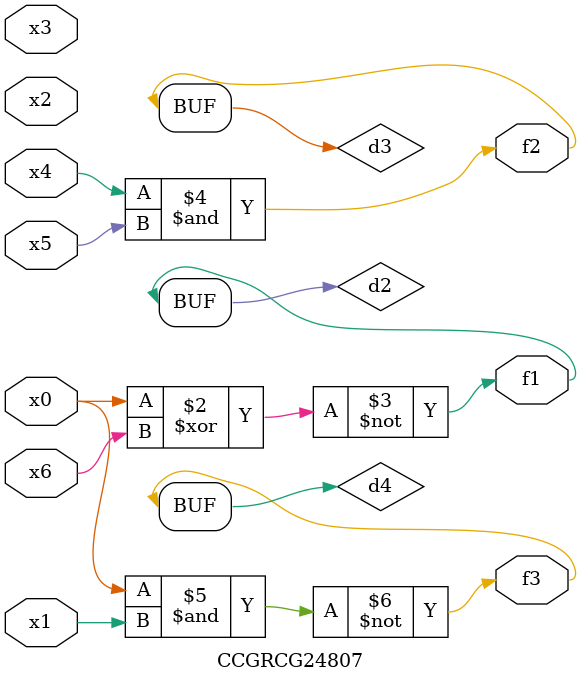
<source format=v>
module CCGRCG24807(
	input x0, x1, x2, x3, x4, x5, x6,
	output f1, f2, f3
);

	wire d1, d2, d3, d4;

	nor (d1, x0);
	xnor (d2, x0, x6);
	and (d3, x4, x5);
	nand (d4, x0, x1);
	assign f1 = d2;
	assign f2 = d3;
	assign f3 = d4;
endmodule

</source>
